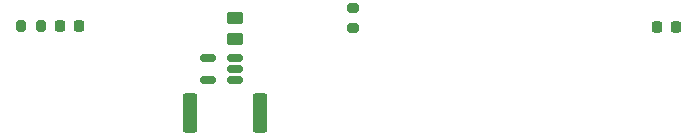
<source format=gbr>
%TF.GenerationSoftware,KiCad,Pcbnew,9.0.0*%
%TF.CreationDate,2025-05-02T12:02:38+02:00*%
%TF.ProjectId,TDK_DCDC_pcb,54444b5f-4443-4444-935f-7063622e6b69,rev?*%
%TF.SameCoordinates,Original*%
%TF.FileFunction,Paste,Bot*%
%TF.FilePolarity,Positive*%
%FSLAX46Y46*%
G04 Gerber Fmt 4.6, Leading zero omitted, Abs format (unit mm)*
G04 Created by KiCad (PCBNEW 9.0.0) date 2025-05-02 12:02:38*
%MOMM*%
%LPD*%
G01*
G04 APERTURE LIST*
G04 Aperture macros list*
%AMRoundRect*
0 Rectangle with rounded corners*
0 $1 Rounding radius*
0 $2 $3 $4 $5 $6 $7 $8 $9 X,Y pos of 4 corners*
0 Add a 4 corners polygon primitive as box body*
4,1,4,$2,$3,$4,$5,$6,$7,$8,$9,$2,$3,0*
0 Add four circle primitives for the rounded corners*
1,1,$1+$1,$2,$3*
1,1,$1+$1,$4,$5*
1,1,$1+$1,$6,$7*
1,1,$1+$1,$8,$9*
0 Add four rect primitives between the rounded corners*
20,1,$1+$1,$2,$3,$4,$5,0*
20,1,$1+$1,$4,$5,$6,$7,0*
20,1,$1+$1,$6,$7,$8,$9,0*
20,1,$1+$1,$8,$9,$2,$3,0*%
G04 Aperture macros list end*
%ADD10RoundRect,0.200000X0.200000X0.275000X-0.200000X0.275000X-0.200000X-0.275000X0.200000X-0.275000X0*%
%ADD11RoundRect,0.218750X-0.218750X-0.256250X0.218750X-0.256250X0.218750X0.256250X-0.218750X0.256250X0*%
%ADD12RoundRect,0.250000X0.450000X-0.262500X0.450000X0.262500X-0.450000X0.262500X-0.450000X-0.262500X0*%
%ADD13RoundRect,0.200000X-0.275000X0.200000X-0.275000X-0.200000X0.275000X-0.200000X0.275000X0.200000X0*%
%ADD14RoundRect,0.150000X0.512500X0.150000X-0.512500X0.150000X-0.512500X-0.150000X0.512500X-0.150000X0*%
%ADD15RoundRect,0.250000X0.362500X1.425000X-0.362500X1.425000X-0.362500X-1.425000X0.362500X-1.425000X0*%
G04 APERTURE END LIST*
D10*
%TO.C,R8*%
X107075000Y-63500000D03*
X105425000Y-63500000D03*
%TD*%
D11*
%TO.C,D2*%
X159242499Y-63590000D03*
X160817501Y-63590000D03*
%TD*%
D12*
%TO.C,R2*%
X123500000Y-64662500D03*
X123500000Y-62837500D03*
%TD*%
D13*
%TO.C,R4*%
X133500000Y-62000000D03*
X133500000Y-63650000D03*
%TD*%
D14*
%TO.C,U3*%
X123537500Y-66234178D03*
X123537500Y-67184177D03*
X123537500Y-68134176D03*
X121262500Y-68134176D03*
X121262500Y-66234178D03*
%TD*%
D15*
%TO.C,Rshunt1*%
X125662500Y-70884177D03*
X119737500Y-70884177D03*
%TD*%
D11*
%TO.C,D5*%
X108724998Y-63500000D03*
X110300000Y-63500000D03*
%TD*%
M02*

</source>
